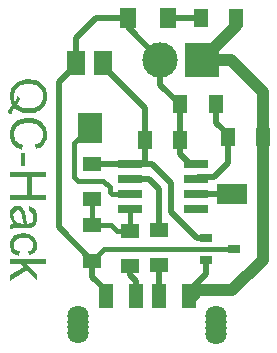
<source format=gbr>
%TF.GenerationSoftware,KiCad,Pcbnew,8.0.7*%
%TF.CreationDate,2025-02-26T11:50:58+00:00*%
%TF.ProjectId,QC-Hack_reDesign,51432d48-6163-46b5-9f72-654465736967,v1*%
%TF.SameCoordinates,Original*%
%TF.FileFunction,Copper,L1,Top*%
%TF.FilePolarity,Positive*%
%FSLAX46Y46*%
G04 Gerber Fmt 4.6, Leading zero omitted, Abs format (unit mm)*
G04 Created by KiCad (PCBNEW 8.0.7) date 2025-02-26 11:50:58*
%MOMM*%
%LPD*%
G01*
G04 APERTURE LIST*
%ADD10C,0.187500*%
%TA.AperFunction,NonConductor*%
%ADD11C,0.187500*%
%TD*%
%TA.AperFunction,ComponentPad*%
%ADD12C,1.800000*%
%TD*%
%TA.AperFunction,SMDPad,CuDef*%
%ADD13R,1.200000X2.000000*%
%TD*%
%TA.AperFunction,SMDPad,CuDef*%
%ADD14R,1.600000X1.200000*%
%TD*%
%TA.AperFunction,SMDPad,CuDef*%
%ADD15R,1.200000X1.600000*%
%TD*%
%TA.AperFunction,SMDPad,CuDef*%
%ADD16R,2.500000X1.700000*%
%TD*%
%TA.AperFunction,SMDPad,CuDef*%
%ADD17R,1.400000X1.700000*%
%TD*%
%TA.AperFunction,ComponentPad*%
%ADD18R,3.000000X3.000000*%
%TD*%
%TA.AperFunction,ComponentPad*%
%ADD19C,3.000000*%
%TD*%
%TA.AperFunction,SMDPad,CuDef*%
%ADD20R,2.000000X0.800000*%
%TD*%
%TA.AperFunction,SMDPad,CuDef*%
%ADD21R,1.500000X2.000000*%
%TD*%
%TA.AperFunction,SMDPad,CuDef*%
%ADD22R,2.000000X2.500000*%
%TD*%
%TA.AperFunction,SMDPad,CuDef*%
%ADD23R,1.000000X0.700000*%
%TD*%
%TA.AperFunction,Conductor*%
%ADD24C,0.500000*%
%TD*%
%TA.AperFunction,Conductor*%
%ADD25C,0.400000*%
%TD*%
%TA.AperFunction,Conductor*%
%ADD26C,1.000000*%
%TD*%
G04 APERTURE END LIST*
D10*
D11*
G36*
X27148945Y-29938079D02*
G01*
X27308880Y-29957167D01*
X27463148Y-29988981D01*
X27611748Y-30033520D01*
X27754682Y-30090784D01*
X27801067Y-30112700D01*
X27933096Y-30186228D01*
X28071501Y-30285619D01*
X28193077Y-30399666D01*
X28297823Y-30528370D01*
X28362337Y-30629274D01*
X28437425Y-30779560D01*
X28494071Y-30937420D01*
X28532274Y-31102854D01*
X28550340Y-31250682D01*
X28555045Y-31378122D01*
X28548012Y-31532107D01*
X28526915Y-31680270D01*
X28491753Y-31822611D01*
X28432953Y-31981317D01*
X28355010Y-32132100D01*
X28259851Y-32271562D01*
X28149405Y-32395668D01*
X28023672Y-32504416D01*
X27882652Y-32597806D01*
X27795205Y-32644277D01*
X27657321Y-32704289D01*
X27512945Y-32751885D01*
X27362077Y-32787065D01*
X27204718Y-32809828D01*
X27040867Y-32820175D01*
X26984808Y-32820865D01*
X26824288Y-32815430D01*
X26670991Y-32799126D01*
X26524917Y-32771953D01*
X26366819Y-32727589D01*
X26309965Y-32707292D01*
X26165342Y-32643316D01*
X26030429Y-32564959D01*
X25905224Y-32472223D01*
X25789727Y-32365108D01*
X25699510Y-32501578D01*
X25622299Y-32632554D01*
X25550982Y-32773332D01*
X25506894Y-32878018D01*
X25225526Y-32760781D01*
X25284371Y-32618519D01*
X25356399Y-32476397D01*
X25441610Y-32334415D01*
X25525141Y-32212827D01*
X25602149Y-32111584D01*
X25528488Y-31961397D01*
X25472920Y-31804479D01*
X25435443Y-31640828D01*
X25417720Y-31495199D01*
X25413483Y-31380321D01*
X25753091Y-31380321D01*
X25764528Y-31537388D01*
X25798841Y-31687654D01*
X25834424Y-31784054D01*
X25916512Y-31652669D01*
X25980417Y-31516436D01*
X26022735Y-31388381D01*
X26304103Y-31485101D01*
X26256198Y-31630874D01*
X26190115Y-31783133D01*
X26111942Y-31920096D01*
X26021679Y-32041763D01*
X26009546Y-32055896D01*
X26118961Y-32157430D01*
X26244334Y-32241755D01*
X26385663Y-32308870D01*
X26542949Y-32358776D01*
X26716192Y-32391474D01*
X26866276Y-32405241D01*
X26985540Y-32408339D01*
X27142975Y-32402378D01*
X27291503Y-32384496D01*
X27450345Y-32349463D01*
X27597555Y-32298859D01*
X27632540Y-32283775D01*
X27763240Y-32214257D01*
X27891666Y-32118752D01*
X28000387Y-32004932D01*
X28061919Y-31918876D01*
X28135946Y-31779405D01*
X28185747Y-31630544D01*
X28211320Y-31472294D01*
X28215059Y-31380321D01*
X28204188Y-31217818D01*
X28171576Y-31066083D01*
X28117222Y-30925116D01*
X28041127Y-30794916D01*
X27943291Y-30675484D01*
X27905847Y-30638066D01*
X27779452Y-30537963D01*
X27631624Y-30458571D01*
X27492062Y-30408232D01*
X27337616Y-30372275D01*
X27168287Y-30350701D01*
X26984075Y-30343510D01*
X26804907Y-30350629D01*
X26639263Y-30371989D01*
X26487143Y-30407588D01*
X26348547Y-30457426D01*
X26200084Y-30536028D01*
X26071095Y-30635136D01*
X25963023Y-30750188D01*
X25877311Y-30876627D01*
X25813959Y-31014451D01*
X25772966Y-31163662D01*
X25754333Y-31324258D01*
X25753091Y-31380321D01*
X25413483Y-31380321D01*
X25413105Y-31370062D01*
X25420086Y-31218868D01*
X25441029Y-31073032D01*
X25483108Y-30909663D01*
X25544192Y-30753586D01*
X25611674Y-30625610D01*
X25706548Y-30487079D01*
X25816778Y-30363205D01*
X25942366Y-30253986D01*
X26083311Y-30159423D01*
X26170746Y-30111967D01*
X26309155Y-30050710D01*
X26454003Y-30002127D01*
X26605291Y-29966217D01*
X26763020Y-29942982D01*
X26927188Y-29932420D01*
X26983342Y-29931716D01*
X27148945Y-29938079D01*
G37*
G36*
X26538576Y-35496057D02*
G01*
X26437459Y-35896127D01*
X26287093Y-35851841D01*
X26148318Y-35797752D01*
X25997090Y-35719905D01*
X25862554Y-35627942D01*
X25744710Y-35521863D01*
X25675422Y-35443300D01*
X25586275Y-35315900D01*
X25515572Y-35178247D01*
X25463314Y-35030342D01*
X25429500Y-34872184D01*
X25414130Y-34703774D01*
X25413105Y-34645359D01*
X25417989Y-34497085D01*
X25436742Y-34330916D01*
X25469560Y-34177575D01*
X25516443Y-34037063D01*
X25588917Y-33889346D01*
X25613140Y-33850348D01*
X25709210Y-33723649D01*
X25822391Y-33610904D01*
X25952682Y-33512113D01*
X26100084Y-33427278D01*
X26191995Y-33385066D01*
X26336286Y-33330781D01*
X26484491Y-33287727D01*
X26636613Y-33255905D01*
X26792650Y-33235314D01*
X26952602Y-33225955D01*
X27006789Y-33225331D01*
X27180566Y-33231668D01*
X27345791Y-33250679D01*
X27502463Y-33282364D01*
X27650583Y-33326722D01*
X27790151Y-33383755D01*
X27834773Y-33405582D01*
X27981152Y-33491735D01*
X28111263Y-33592474D01*
X28225105Y-33707798D01*
X28322678Y-33837709D01*
X28371130Y-33918492D01*
X28442792Y-34067507D01*
X28496853Y-34222832D01*
X28533313Y-34384469D01*
X28552171Y-34552417D01*
X28555045Y-34651221D01*
X28546827Y-34816231D01*
X28522175Y-34971091D01*
X28481088Y-35115802D01*
X28412381Y-35271804D01*
X28321304Y-35413991D01*
X28209927Y-35540295D01*
X28080317Y-35648647D01*
X27954711Y-35727233D01*
X27815710Y-35792629D01*
X27663314Y-35844836D01*
X27570258Y-35450628D01*
X27708954Y-35400228D01*
X27845997Y-35331466D01*
X27972800Y-35239877D01*
X28061186Y-35145812D01*
X28142330Y-35010773D01*
X28193420Y-34855698D01*
X28213706Y-34699000D01*
X28215059Y-34643161D01*
X28206995Y-34496325D01*
X28178029Y-34341823D01*
X28127997Y-34201516D01*
X28046531Y-34060642D01*
X27942635Y-33940117D01*
X27820539Y-33841501D01*
X27680244Y-33764794D01*
X27594438Y-33731646D01*
X27451510Y-33690293D01*
X27306292Y-33660755D01*
X27158785Y-33643032D01*
X27008988Y-33637124D01*
X26843499Y-33642489D01*
X26687477Y-33658582D01*
X26540922Y-33685405D01*
X26385023Y-33729197D01*
X26329748Y-33749232D01*
X26194148Y-33813391D01*
X26063384Y-33904073D01*
X25955687Y-34014345D01*
X25896706Y-34098743D01*
X25827283Y-34235355D01*
X25780580Y-34378110D01*
X25756597Y-34527010D01*
X25753091Y-34612386D01*
X25765456Y-34773770D01*
X25802550Y-34922330D01*
X25864374Y-35058068D01*
X25950928Y-35180983D01*
X26061844Y-35288053D01*
X26196758Y-35376256D01*
X26334492Y-35437955D01*
X26490599Y-35485209D01*
X26538576Y-35496057D01*
G37*
G36*
X26350997Y-36179692D02*
G01*
X26726154Y-36179692D01*
X26726154Y-37319085D01*
X26350997Y-37319085D01*
X26350997Y-36179692D01*
G37*
G36*
X25460000Y-37781437D02*
G01*
X28508150Y-37781437D01*
X28508150Y-38181507D01*
X27241995Y-38181507D01*
X27241995Y-39751744D01*
X28508150Y-39751744D01*
X28508150Y-40151814D01*
X25460000Y-40151814D01*
X25460000Y-39751744D01*
X26890286Y-39751744D01*
X26890286Y-38181507D01*
X25460000Y-38181507D01*
X25460000Y-37781437D01*
G37*
G36*
X26192402Y-40642722D02*
G01*
X26334529Y-40695387D01*
X26342937Y-40699895D01*
X26464204Y-40784342D01*
X26558360Y-40891137D01*
X26633609Y-41025736D01*
X26681458Y-41158583D01*
X26711979Y-41306016D01*
X26734481Y-41461177D01*
X26737878Y-41488311D01*
X26758933Y-41648426D01*
X26785319Y-41814195D01*
X26817880Y-41975911D01*
X26857576Y-42122479D01*
X26866838Y-42149965D01*
X26963558Y-42151430D01*
X27113619Y-42136695D01*
X27248741Y-42076836D01*
X27280830Y-42046650D01*
X27357183Y-41920563D01*
X27396215Y-41770768D01*
X27406127Y-41623866D01*
X27397540Y-41473756D01*
X27364567Y-41328951D01*
X27318199Y-41237718D01*
X27206143Y-41135107D01*
X27061103Y-41069098D01*
X27007522Y-41053070D01*
X27057348Y-40690369D01*
X27202200Y-40732070D01*
X27336718Y-40794547D01*
X27421514Y-40853035D01*
X27523987Y-40961880D01*
X27599687Y-41091762D01*
X27635471Y-41180565D01*
X27678439Y-41336216D01*
X27702024Y-41491692D01*
X27710647Y-41642999D01*
X27710942Y-41678087D01*
X27705667Y-41827244D01*
X27687435Y-41973532D01*
X27648366Y-42122064D01*
X27644263Y-42133112D01*
X27579969Y-42268532D01*
X27484174Y-42385080D01*
X27477934Y-42390300D01*
X27348078Y-42467683D01*
X27223677Y-42506071D01*
X27068061Y-42520883D01*
X26910479Y-42524317D01*
X26880027Y-42524389D01*
X26382505Y-42524389D01*
X26229269Y-42524961D01*
X26070038Y-42527160D01*
X25918258Y-42531808D01*
X25764929Y-42542341D01*
X25724515Y-42547836D01*
X25581254Y-42586556D01*
X25460000Y-42642358D01*
X25460000Y-42254745D01*
X25606059Y-42202838D01*
X25736971Y-42180739D01*
X25645459Y-42066082D01*
X25563084Y-41941403D01*
X25495943Y-41807563D01*
X25486378Y-41783600D01*
X25441727Y-41636803D01*
X25417684Y-41482174D01*
X25416884Y-41463398D01*
X25706196Y-41463398D01*
X25719488Y-41617614D01*
X25763888Y-41769334D01*
X25800718Y-41844417D01*
X25889601Y-41965522D01*
X26011016Y-42063216D01*
X26060837Y-42089881D01*
X26206402Y-42133007D01*
X26361340Y-42148498D01*
X26435994Y-42149965D01*
X26573747Y-42149965D01*
X26525275Y-42003891D01*
X26489898Y-41858696D01*
X26461423Y-41710989D01*
X26435261Y-41543998D01*
X26408849Y-41391293D01*
X26370106Y-41246029D01*
X26359790Y-41220132D01*
X26270829Y-41098380D01*
X26237424Y-41073586D01*
X26094356Y-41024099D01*
X26057906Y-41022295D01*
X25911799Y-41053935D01*
X25806580Y-41134403D01*
X25734527Y-41262892D01*
X25707765Y-41410974D01*
X25706196Y-41463398D01*
X25416884Y-41463398D01*
X25413105Y-41374738D01*
X25421625Y-41224977D01*
X25452228Y-41073314D01*
X25513260Y-40927544D01*
X25591158Y-40820062D01*
X25712101Y-40718053D01*
X25852364Y-40653825D01*
X26011947Y-40627378D01*
X26046182Y-40626622D01*
X26192402Y-40642722D01*
G37*
G36*
X26257208Y-44516678D02*
G01*
X26209581Y-44881577D01*
X26053839Y-44846384D01*
X25913596Y-44793380D01*
X25772294Y-44710994D01*
X25651233Y-44605344D01*
X25624131Y-44575296D01*
X25531807Y-44445145D01*
X25465861Y-44300889D01*
X25426294Y-44142528D01*
X25413311Y-43992392D01*
X25413105Y-43970062D01*
X25423460Y-43807809D01*
X25454527Y-43657920D01*
X25506305Y-43520396D01*
X25592888Y-43375579D01*
X25689540Y-43264845D01*
X25707662Y-43247592D01*
X25827386Y-43154959D01*
X25965090Y-43081492D01*
X26120775Y-43027190D01*
X26264247Y-42996578D01*
X26420206Y-42979276D01*
X26553963Y-42975017D01*
X26705482Y-42980627D01*
X26868171Y-43000777D01*
X27019685Y-43035582D01*
X27160026Y-43085041D01*
X27176782Y-43092254D01*
X27316614Y-43168233D01*
X27435232Y-43263454D01*
X27532637Y-43377919D01*
X27577585Y-43449825D01*
X27642049Y-43588317D01*
X27685416Y-43733417D01*
X27707686Y-43885124D01*
X27710942Y-43972260D01*
X27702281Y-44122136D01*
X27671175Y-44278139D01*
X27617445Y-44417838D01*
X27529958Y-44555512D01*
X27416156Y-44670357D01*
X27278360Y-44759351D01*
X27135730Y-44816756D01*
X27016315Y-44846406D01*
X26960628Y-44485903D01*
X27100190Y-44440786D01*
X27231417Y-44363354D01*
X27294019Y-44302721D01*
X27374487Y-44168372D01*
X27405141Y-44021191D01*
X27406127Y-43986915D01*
X27390130Y-43837404D01*
X27334831Y-43690858D01*
X27240035Y-43564921D01*
X27203893Y-43531158D01*
X27071532Y-43446504D01*
X26922639Y-43394515D01*
X26768241Y-43366981D01*
X26617983Y-43356720D01*
X26564221Y-43356036D01*
X26406235Y-43361986D01*
X26243472Y-43383970D01*
X26085878Y-43428930D01*
X25944823Y-43504800D01*
X25918688Y-43525296D01*
X25812814Y-43641102D01*
X25746153Y-43776943D01*
X25718704Y-43932819D01*
X25717920Y-43966399D01*
X25736467Y-44119963D01*
X25798420Y-44263300D01*
X25849811Y-44330565D01*
X25969269Y-44425430D01*
X26113892Y-44485959D01*
X26257208Y-44516678D01*
G37*
G36*
X25460000Y-45189323D02*
G01*
X28508150Y-45189323D01*
X28508150Y-45560083D01*
X26767187Y-45560083D01*
X27664047Y-46437892D01*
X27664047Y-46917829D01*
X26846322Y-46081053D01*
X25460000Y-47002826D01*
X25460000Y-46544870D01*
X26586936Y-45821667D01*
X26333412Y-45560083D01*
X25460000Y-45560083D01*
X25460000Y-45189323D01*
G37*
D12*
%TO.P,P1,5,SHIELD*%
%TO.N,unconnected-(P1-SHIELD-Pad5)_2*%
X42900000Y-51500000D03*
%TO.N,unconnected-(P1-SHIELD-Pad5)*%
X42900000Y-51000000D03*
%TO.N,unconnected-(P1-SHIELD-Pad5)_3*%
X42900000Y-50500000D03*
%TO.N,unconnected-(P1-SHIELD-Pad5)_4*%
X42900000Y-50000000D03*
%TO.N,unconnected-(P1-SHIELD-Pad5)_7*%
X31200000Y-51450000D03*
%TO.N,unconnected-(P1-SHIELD-Pad5)_5*%
X31200000Y-50950000D03*
%TO.N,unconnected-(P1-SHIELD-Pad5)_6*%
X31200000Y-50450000D03*
%TO.N,unconnected-(P1-SHIELD-Pad5)_1*%
X31200000Y-49950000D03*
D13*
%TO.P,P1,4,GND*%
%TO.N,GND*%
X33550000Y-48250000D03*
%TO.P,P1,3,D+*%
%TO.N,Net-(P1-D+)*%
X36050000Y-48250000D03*
%TO.P,P1,2,D-*%
%TO.N,Net-(P1-D-)*%
X38050000Y-48250000D03*
%TO.P,P1,1,5V*%
%TO.N,VBUS*%
X40550000Y-48250000D03*
%TD*%
D14*
%TO.P,R3,1*%
%TO.N,D+*%
X35550000Y-42750000D03*
%TO.P,R3,2*%
%TO.N,Net-(P1-D+)*%
X35550000Y-45750000D03*
%TD*%
D15*
%TO.P,C1,1*%
%TO.N,+3.3V*%
X36850000Y-35100000D03*
%TO.P,C1,2*%
%TO.N,GND*%
X39850000Y-35100000D03*
%TD*%
D14*
%TO.P,R1,1*%
%TO.N,D+*%
X32400000Y-42300000D03*
%TO.P,R1,2*%
%TO.N,GND*%
X32400000Y-45300000D03*
%TD*%
D15*
%TO.P,R5,1*%
%TO.N,VBUS*%
X44550000Y-24750000D03*
%TO.P,R5,2*%
%TO.N,Net-(D1-A)*%
X41550000Y-24750000D03*
%TD*%
D16*
%TO.P,J4,1,Pin_1*%
%TO.N,UPDI*%
X44250000Y-39650000D03*
%TD*%
D17*
%TO.P,D1,1,K*%
%TO.N,GND*%
X35400000Y-24750000D03*
%TO.P,D1,2,A*%
%TO.N,Net-(D1-A)*%
X38800000Y-24750000D03*
%TD*%
D14*
%TO.P,R2,1*%
%TO.N,+3.3V*%
X32400000Y-37100000D03*
%TO.P,R2,2*%
%TO.N,D+*%
X32400000Y-40100000D03*
%TD*%
D18*
%TO.P,J2,1,Pin_1*%
%TO.N,VBUS*%
X41650000Y-28300000D03*
D19*
%TO.P,J2,2,Pin_2*%
%TO.N,GND*%
X38150000Y-28300000D03*
%TD*%
D14*
%TO.P,R4,1*%
%TO.N,D-*%
X38000000Y-42700000D03*
%TO.P,R4,2*%
%TO.N,Net-(P1-D-)*%
X38000000Y-45700000D03*
%TD*%
D15*
%TO.P,R6,1*%
%TO.N,VBUS*%
X46850000Y-34800000D03*
%TO.P,R6,2*%
%TO.N,SENSE*%
X43850000Y-34800000D03*
%TD*%
D20*
%TO.P,U1,1,VCC*%
%TO.N,+3.3V*%
X35550000Y-37100000D03*
%TO.P,U1,2,DAC*%
%TO.N,D-*%
X35550000Y-38370000D03*
%TO.P,U1,3,PA7*%
%TO.N,REG*%
X35550000Y-39640000D03*
%TO.P,U1,4,PA1*%
%TO.N,D+*%
X35550000Y-40910000D03*
%TO.P,U1,5,PA2*%
%TO.N,unconnected-(U1-PA2-Pad5)*%
X41150000Y-40910000D03*
%TO.P,U1,6,UPDI*%
%TO.N,UPDI*%
X41150000Y-39640000D03*
%TO.P,U1,7,PA3*%
%TO.N,SENSE*%
X41150000Y-38370000D03*
%TO.P,U1,8,GND*%
%TO.N,GND*%
X41150000Y-37100000D03*
%TD*%
D21*
%TO.P,RV1,1,1*%
%TO.N,GND*%
X30995000Y-28525000D03*
D22*
%TO.P,RV1,2,2*%
%TO.N,REG*%
X32155000Y-34025000D03*
D21*
%TO.P,RV1,3,3*%
%TO.N,+3.3V*%
X33305000Y-28525000D03*
%TD*%
D15*
%TO.P,R7,1*%
%TO.N,SENSE*%
X42850000Y-32050000D03*
%TO.P,R7,2*%
%TO.N,GND*%
X39850000Y-32050000D03*
%TD*%
D23*
%TO.P,U3,1,VO*%
%TO.N,+3.3V*%
X42000000Y-43350000D03*
%TO.P,U3,2,VI*%
%TO.N,VBUS*%
X42000000Y-45250000D03*
%TO.P,U3,3,GND*%
%TO.N,GND*%
X44400000Y-44300000D03*
%TD*%
D24*
%TO.N,+3.3V*%
X41250000Y-43350000D02*
X39050000Y-41150000D01*
X33305000Y-28805000D02*
X36850000Y-32350000D01*
X36850000Y-35100000D02*
X36850000Y-37100000D01*
X42000000Y-43350000D02*
X41250000Y-43350000D01*
X33305000Y-28525000D02*
X33305000Y-28805000D01*
X36850000Y-37100000D02*
X35550000Y-37100000D01*
X39050000Y-38700000D02*
X37450000Y-37100000D01*
X36850000Y-32350000D02*
X36850000Y-35100000D01*
X32400000Y-37100000D02*
X35550000Y-37100000D01*
X39050000Y-41150000D02*
X39050000Y-38700000D01*
X37450000Y-37100000D02*
X36850000Y-37100000D01*
%TO.N,GND*%
X40650000Y-37100000D02*
X39850000Y-36300000D01*
X35400000Y-25550000D02*
X35400000Y-24750000D01*
X29550000Y-42450000D02*
X32400000Y-45300000D01*
X39850000Y-36300000D02*
X39850000Y-35100000D01*
D25*
X33400000Y-44300000D02*
X32400000Y-45300000D01*
D24*
X38150000Y-30400000D02*
X38150000Y-28300000D01*
X30995000Y-28525000D02*
X30995000Y-28755000D01*
X39850000Y-32050000D02*
X39800000Y-32050000D01*
X32400000Y-46650000D02*
X32400000Y-45300000D01*
X41150000Y-37100000D02*
X40650000Y-37100000D01*
X30995000Y-28525000D02*
X30995000Y-26455000D01*
X33550000Y-48250000D02*
X33550000Y-47800000D01*
D25*
X44400000Y-44300000D02*
X33400000Y-44300000D01*
D24*
X29550000Y-30200000D02*
X29550000Y-42450000D01*
X39800000Y-32050000D02*
X38150000Y-30400000D01*
X30995000Y-26455000D02*
X32700000Y-24750000D01*
X38150000Y-28300000D02*
X35400000Y-25550000D01*
X39850000Y-32050000D02*
X39850000Y-35100000D01*
X30995000Y-28755000D02*
X29550000Y-30200000D01*
X32700000Y-24750000D02*
X35400000Y-24750000D01*
X33550000Y-47800000D02*
X32400000Y-46650000D01*
%TO.N,Net-(D1-A)*%
X41550000Y-24750000D02*
X38800000Y-24750000D01*
D25*
%TO.N,Net-(P1-D-)*%
X38000000Y-48200000D02*
X38050000Y-48250000D01*
D24*
X38000000Y-45700000D02*
X38000000Y-48200000D01*
%TO.N,Net-(P1-D+)*%
X35550000Y-46500000D02*
X35550000Y-45750000D01*
X36050000Y-48250000D02*
X36050000Y-47000000D01*
X36050000Y-47000000D02*
X35550000Y-46500000D01*
%TO.N,UPDI*%
X44240000Y-39640000D02*
X44250000Y-39650000D01*
X41150000Y-39640000D02*
X44240000Y-39640000D01*
D26*
%TO.N,VBUS*%
X46850000Y-34800000D02*
X46850000Y-31000000D01*
X46850000Y-45200000D02*
X44250000Y-47800000D01*
X44550000Y-25400000D02*
X44550000Y-24750000D01*
D24*
X40550000Y-48250000D02*
X40550000Y-47900000D01*
D26*
X40900000Y-48250000D02*
X40550000Y-48250000D01*
X46850000Y-34800000D02*
X46850000Y-45200000D01*
X46850000Y-31000000D02*
X44150000Y-28300000D01*
X41650000Y-28300000D02*
X44550000Y-25400000D01*
X41350000Y-47800000D02*
X40900000Y-48250000D01*
X44150000Y-28300000D02*
X41650000Y-28300000D01*
D24*
X42000000Y-46450000D02*
X42000000Y-45250000D01*
D26*
X44250000Y-47800000D02*
X41350000Y-47800000D01*
D24*
X40550000Y-47900000D02*
X42000000Y-46450000D01*
D25*
%TO.N,D+*%
X32400000Y-40100000D02*
X32400000Y-42300000D01*
X34000000Y-42300000D02*
X34450000Y-42750000D01*
X32400000Y-42300000D02*
X34000000Y-42300000D01*
X34450000Y-42750000D02*
X35550000Y-42750000D01*
X35550000Y-42750000D02*
X35550000Y-40910000D01*
D24*
%TO.N,D-*%
X38000000Y-42700000D02*
X38000000Y-39200000D01*
X38000000Y-39200000D02*
X37170000Y-38370000D01*
X37170000Y-38370000D02*
X35550000Y-38370000D01*
%TO.N,SENSE*%
X43850000Y-34800000D02*
X43850000Y-37000000D01*
X42650000Y-38200000D02*
X41320000Y-38200000D01*
X41320000Y-38200000D02*
X41150000Y-38370000D01*
X42850000Y-33600000D02*
X42850000Y-32050000D01*
X43850000Y-34800000D02*
X43850000Y-34600000D01*
X43850000Y-34600000D02*
X42850000Y-33600000D01*
X43850000Y-37000000D02*
X42650000Y-38200000D01*
D25*
%TO.N,REG*%
X35550000Y-39640000D02*
X34040000Y-39640000D01*
X31150000Y-38550000D02*
X30850000Y-38250000D01*
X30850000Y-38250000D02*
X30850000Y-35330000D01*
X33300000Y-38550000D02*
X31150000Y-38550000D01*
X33850000Y-39450000D02*
X33850000Y-39100000D01*
X33850000Y-39100000D02*
X33300000Y-38550000D01*
X34040000Y-39640000D02*
X33850000Y-39450000D01*
X30850000Y-35330000D02*
X32155000Y-34025000D01*
%TD*%
M02*

</source>
